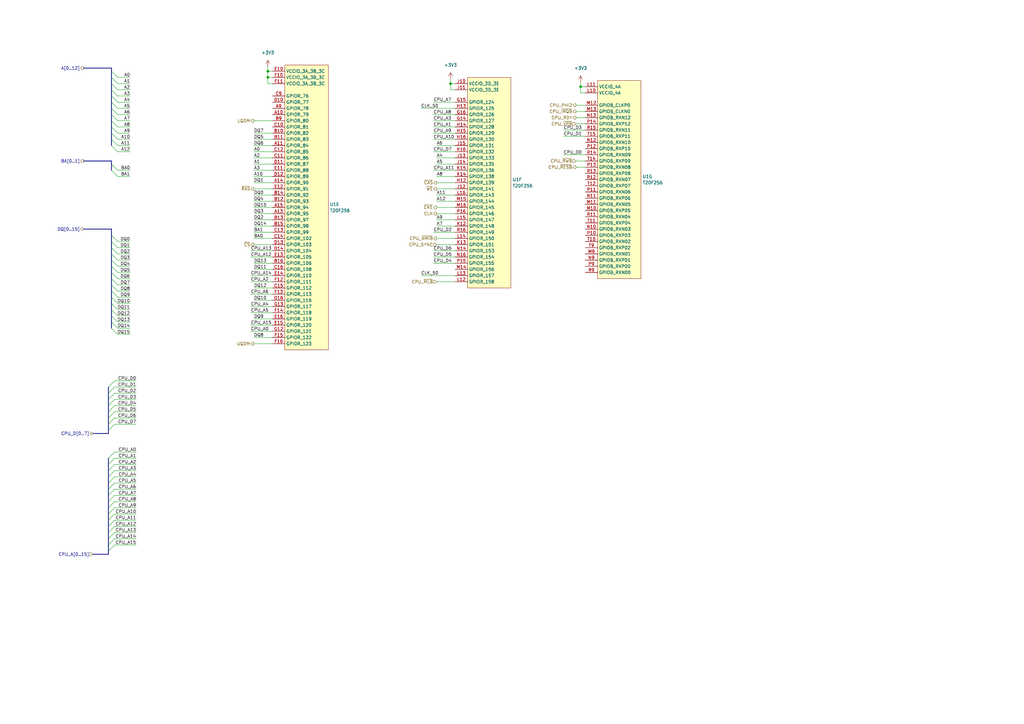
<source format=kicad_sch>
(kicad_sch (version 20211123) (generator eeschema)
  (paper "A3")
  (lib_symbols
    (symbol "IC:T20F256"
      (property "Reference" "U" (at -5.08 1.27 0))
      (property "Value" "T20F256" (at -5.08 1.27 0))
      (symbol "T20F256_1_1"
        (rectangle (start -6.35 -2.54) (end 6.35 -21.59) (fill (type background)))
        (pin power_in line (at -11.43 -19.05 0) (length 5.08) (name "GND") (number "A1"))
        (pin power_in line (at -11.43 -19.05 0) (length 5.08) hide (name "GND") (number "A12"))
        (pin power_in line (at -11.43 -19.05 0) (length 5.08) hide (name "GND") (number "A16"))
        (pin power_in line (at -11.43 -19.05 0) (length 5.08) hide (name "GND") (number "A5"))
        (pin power_in line (at -11.43 -19.05 0) (length 5.08) hide (name "GND") (number "D15"))
        (pin power_in line (at -11.43 -19.05 0) (length 5.08) hide (name "GND") (number "D2"))
        (pin power_in line (at -11.43 -15.24 0) (length 5.08) hide (name "VCC") (number "E9"))
        (pin power_in line (at -11.43 -5.08 0) (length 5.08) (name "VCCA_TL") (number "F7"))
        (pin power_in line (at -11.43 -15.24 0) (length 5.08) hide (name "VCC") (number "F8"))
        (pin power_in line (at -11.43 -15.24 0) (length 5.08) hide (name "VCC") (number "F9"))
        (pin power_in line (at -11.43 -19.05 0) (length 5.08) hide (name "GND") (number "G10"))
        (pin power_in line (at -11.43 -7.62 0) (length 5.08) (name "VCCA_TR") (number "G11"))
        (pin power_in line (at -11.43 -19.05 0) (length 5.08) hide (name "GND") (number "G7"))
        (pin power_in line (at -11.43 -19.05 0) (length 5.08) hide (name "GND") (number "G8"))
        (pin power_in line (at -11.43 -19.05 0) (length 5.08) hide (name "GND") (number "G9"))
        (pin power_in line (at -11.43 -19.05 0) (length 5.08) hide (name "GND") (number "H10"))
        (pin power_in line (at -11.43 -19.05 0) (length 5.08) hide (name "GND") (number "H11"))
        (pin power_in line (at -11.43 -19.05 0) (length 5.08) hide (name "GND") (number "H8"))
        (pin power_in line (at -11.43 -19.05 0) (length 5.08) hide (name "GND") (number "H9"))
        (pin power_in line (at -11.43 -19.05 0) (length 5.08) hide (name "GND") (number "J1"))
        (pin power_in line (at -11.43 -19.05 0) (length 5.08) hide (name "GND") (number "J16"))
        (pin power_in line (at -11.43 -15.24 0) (length 5.08) (name "VCC") (number "J6"))
        (pin power_in line (at -11.43 -15.24 0) (length 5.08) hide (name "VCC") (number "J7"))
        (pin power_in line (at -11.43 -19.05 0) (length 5.08) hide (name "GND") (number "J8"))
        (pin power_in line (at -11.43 -19.05 0) (length 5.08) hide (name "GND") (number "J9"))
        (pin power_in line (at -11.43 -19.05 0) (length 5.08) hide (name "GND") (number "K10"))
        (pin power_in line (at -11.43 -10.16 0) (length 5.08) (name "VCCA_BR") (number "K11"))
        (pin power_in line (at -11.43 -19.05 0) (length 5.08) hide (name "GND") (number "K7"))
        (pin power_in line (at -11.43 -19.05 0) (length 5.08) hide (name "GND") (number "K8"))
        (pin power_in line (at -11.43 -15.24 0) (length 5.08) hide (name "VCC") (number "K9"))
        (pin power_in line (at -11.43 -19.05 0) (length 5.08) hide (name "GND") (number "L8"))
        (pin power_in line (at -11.43 -19.05 0) (length 5.08) hide (name "GND") (number "L9"))
        (pin power_in line (at -11.43 -19.05 0) (length 5.08) hide (name "GND") (number "N15"))
        (pin power_in line (at -11.43 -19.05 0) (length 5.08) hide (name "GND") (number "N2"))
        (pin power_in line (at -11.43 -19.05 0) (length 5.08) hide (name "GND") (number "R10"))
        (pin power_in line (at -11.43 -19.05 0) (length 5.08) hide (name "GND") (number "R7"))
        (pin power_in line (at -11.43 -19.05 0) (length 5.08) hide (name "GND") (number "T1"))
        (pin power_in line (at -11.43 -19.05 0) (length 5.08) hide (name "GND") (number "T13"))
        (pin power_in line (at -11.43 -19.05 0) (length 5.08) hide (name "GND") (number "T16"))
        (pin power_in line (at -11.43 -19.05 0) (length 5.08) hide (name "GND") (number "T4"))
      )
      (symbol "T20F256_2_1"
        (rectangle (start -6.35 -1.27) (end 7.62 -41.91) (fill (type background)))
        (pin input line (at -11.43 -31.75 0) (length 5.08) (name "TDI") (number "K5"))
        (pin power_in line (at -11.43 -3.81 0) (length 5.08) (name "VCCIO_1A") (number "K6"))
        (pin bidirectional line (at -11.43 -26.67 0) (length 5.08) (name "GPIOL_08") (number "L3"))
        (pin bidirectional line (at -11.43 -24.13 0) (length 5.08) (name "GPIOL_05") (number "L4"))
        (pin output line (at -11.43 -39.37 0) (length 5.08) (name "TDO") (number "L5"))
        (pin input line (at -11.43 -36.83 0) (length 5.08) (name "TMS") (number "M1"))
        (pin input line (at -11.43 -34.29 0) (length 5.08) (name "TCK") (number "M2"))
        (pin bidirectional line (at -11.43 -16.51 0) (length 5.08) (name "GPIOL_01") (number "M3"))
        (pin bidirectional line (at -11.43 -29.21 0) (length 5.08) (name "GPIOL_09") (number "N1"))
        (pin bidirectional line (at -11.43 -21.59 0) (length 5.08) (name "GPIOL_04") (number "N3"))
        (pin input line (at -11.43 -11.43 0) (length 5.08) (name "CRESET_N") (number "P1"))
        (pin bidirectional line (at -11.43 -19.05 0) (length 5.08) (name "GPIOL_02") (number "P2"))
        (pin bidirectional line (at -11.43 -13.97 0) (length 5.08) (name "GPIOL_00") (number "P3"))
        (pin bidirectional line (at -11.43 -8.89 0) (length 5.08) (name "CDONE") (number "R1"))
      )
      (symbol "T20F256_3_1"
        (rectangle (start -7.62 -8.89) (end 6.35 -99.06) (fill (type background)))
        (pin bidirectional line (at -12.7 -73.66 0) (length 5.08) (name "GPIOL_33") (number "C1"))
        (pin bidirectional line (at -12.7 -91.44 0) (length 5.08) (name "GPIOL_41") (number "C2"))
        (pin bidirectional line (at -12.7 -81.28 0) (length 5.08) (name "GPIOL_36") (number "D1"))
        (pin bidirectional line (at -12.7 -83.82 0) (length 5.08) (name "GPIOL_37") (number "E1"))
        (pin bidirectional line (at -12.7 -76.2 0) (length 5.08) (name "GPIOL_34") (number "E2"))
        (pin bidirectional line (at -12.7 -86.36 0) (length 5.08) (name "GPIOL_39") (number "E3"))
        (pin bidirectional line (at -12.7 -66.04 0) (length 5.08) (name "GPIOL_30") (number "F1"))
        (pin bidirectional line (at -12.7 -71.12 0) (length 5.08) (name "GPIOL_32") (number "F2"))
        (pin bidirectional line (at -12.7 -78.74 0) (length 5.08) (name "GPIOL_35") (number "F3"))
        (pin bidirectional line (at -12.7 -96.52 0) (length 5.08) (name "GPIOL_43") (number "F4"))
        (pin bidirectional line (at -12.7 -88.9 0) (length 5.08) (name "GPIOL_40") (number "F5"))
        (pin bidirectional line (at -12.7 -68.58 0) (length 5.08) (name "GPIOL_31") (number "G1"))
        (pin bidirectional line (at -12.7 -63.5 0) (length 5.08) (name "GPIOL_29") (number "G2"))
        (pin bidirectional line (at -12.7 -58.42 0) (length 5.08) (name "GPIOL_27") (number "G3"))
        (pin bidirectional line (at -12.7 -93.98 0) (length 5.08) (name "GPIOL_42") (number "G4"))
        (pin bidirectional line (at -12.7 -60.96 0) (length 5.08) (name "GPIOL_28") (number "G5"))
        (pin bidirectional line (at -12.7 -45.72 0) (length 5.08) (name "GPIOL_22") (number "H1"))
        (pin bidirectional line (at -12.7 -53.34 0) (length 5.08) (name "GPIOL_25") (number "H2"))
        (pin bidirectional line (at -12.7 -50.8 0) (length 5.08) (name "GPIOL_24") (number "H3"))
        (pin bidirectional line (at -12.7 -55.88 0) (length 5.08) (name "GPIOL_26") (number "H4"))
        (pin bidirectional line (at -12.7 -43.18 0) (length 5.08) (name "GPIOL_21") (number "H5"))
        (pin power_in line (at -12.7 -13.97 0) (length 5.08) (name "VCCIO_1B_1C") (number "H6"))
        (pin power_in line (at -12.7 -11.43 0) (length 5.08) (name "VCCIO_1B_1C") (number "H7"))
        (pin bidirectional line (at -12.7 -40.64 0) (length 5.08) (name "GPIOL_20") (number "J2"))
        (pin bidirectional line (at -12.7 -33.02 0) (length 5.08) (name "GPIOL_16") (number "J3"))
        (pin bidirectional line (at -12.7 -27.94 0) (length 5.08) (name "GPIOL_14") (number "J4"))
        (pin bidirectional line (at -12.7 -20.32 0) (length 5.08) (name "GPIOL_11") (number "J5"))
        (pin bidirectional line (at -12.7 -35.56 0) (length 5.08) (name "GPIOL_18") (number "K1"))
        (pin bidirectional line (at -12.7 -38.1 0) (length 5.08) (name "GPIOL_19") (number "K2"))
        (pin bidirectional line (at -12.7 -30.48 0) (length 5.08) (name "GPIOL_15") (number "K3"))
        (pin bidirectional line (at -12.7 -22.86 0) (length 5.08) (name "GPIOL_12") (number "K4"))
        (pin bidirectional line (at -12.7 -48.26 0) (length 5.08) (name "GPIOL_23") (number "L1"))
        (pin bidirectional line (at -12.7 -25.4 0) (length 5.08) (name "GPIOL_13") (number "L2"))
      )
      (symbol "T20F256_4_1"
        (rectangle (start -2.54 -1.27) (end 15.24 -92.71) (fill (type background)))
        (pin bidirectional line (at -7.62 -26.67 0) (length 5.08) (name "GPIOL_50") (number "A2"))
        (pin bidirectional line (at -7.62 -44.45 0) (length 5.08) (name "GPIOL_57") (number "A3"))
        (pin bidirectional line (at -7.62 -49.53 0) (length 5.08) (name "GPIOL_59") (number "A4"))
        (pin bidirectional line (at -7.62 -64.77 0) (length 5.08) (name "GPIOL_65") (number "A6"))
        (pin bidirectional line (at -7.62 -57.15 0) (length 5.08) (name "GPIOL_62") (number "A7"))
        (pin bidirectional line (at -7.62 -67.31 0) (length 5.08) (name "GPIOL_66") (number "A8"))
        (pin bidirectional line (at -7.62 -11.43 0) (length 5.08) (name "GPIOL_44") (number "B1"))
        (pin bidirectional line (at -7.62 -13.97 0) (length 5.08) (name "GPIOL_45") (number "B2"))
        (pin bidirectional line (at -7.62 -31.75 0) (length 5.08) (name "GPIOL_52") (number "B3"))
        (pin bidirectional line (at -7.62 -34.29 0) (length 5.08) (name "GPIOL_53") (number "B4"))
        (pin bidirectional line (at -7.62 -54.61 0) (length 5.08) (name "GPIOL_61") (number "B5"))
        (pin bidirectional line (at -7.62 -62.23 0) (length 5.08) (name "GPIOL_64") (number "B6"))
        (pin bidirectional line (at -7.62 -59.69 0) (length 5.08) (name "GPIOL_63") (number "B7"))
        (pin bidirectional line (at -7.62 -80.01 0) (length 5.08) (name "GPIOL_71") (number "B8"))
        (pin bidirectional line (at -7.62 -21.59 0) (length 5.08) (name "GPIOL_48") (number "C3"))
        (pin bidirectional line (at -7.62 -29.21 0) (length 5.08) (name "GPIOL_51") (number "C4"))
        (pin bidirectional line (at -7.62 -69.85 0) (length 5.08) (name "GPIOL_67") (number "C5"))
        (pin bidirectional line (at -7.62 -46.99 0) (length 5.08) (name "GPIOL_58") (number "C6"))
        (pin bidirectional line (at -7.62 -77.47 0) (length 5.08) (name "GPIOL_70") (number "C7"))
        (pin bidirectional line (at -7.62 -82.55 0) (length 5.08) (name "GPIOL_72") (number "C8"))
        (pin bidirectional line (at -7.62 -16.51 0) (length 5.08) (name "GPIOL_46") (number "D3"))
        (pin bidirectional line (at -7.62 -19.05 0) (length 5.08) (name "GPIOL_47") (number "D4"))
        (pin bidirectional line (at -7.62 -24.13 0) (length 5.08) (name "GPIOL_49") (number "D5"))
        (pin bidirectional line (at -7.62 -36.83 0) (length 5.08) (name "GPIOL_54") (number "D6"))
        (pin bidirectional line (at -7.62 -74.93 0) (length 5.08) (name "GPIOL_69") (number "D7"))
        (pin bidirectional line (at -7.62 -85.09 0) (length 5.08) (name "GPIOL_73") (number "D8"))
        (pin bidirectional line (at -7.62 -87.63 0) (length 5.08) (name "GPIOL_74") (number "D9"))
        (pin bidirectional line (at -7.62 -39.37 0) (length 5.08) (name "GPIOL_55") (number "E4"))
        (pin bidirectional line (at -7.62 -52.07 0) (length 5.08) (name "GPIOL_60") (number "E5"))
        (pin bidirectional line (at -7.62 -41.91 0) (length 5.08) (name "GPIOL_56") (number "E6"))
        (pin bidirectional line (at -7.62 -72.39 0) (length 5.08) (name "GPIOL_68") (number "E7"))
        (pin bidirectional line (at -7.62 -90.17 0) (length 5.08) (name "GPIOL_75") (number "E8"))
        (pin power_in line (at -7.62 -3.81 0) (length 5.08) (name "VCCIO_1D_1E") (number "F6"))
        (pin power_in line (at -7.62 -6.35 0) (length 5.08) (name "VCCIO_1D_1E") (number "G6"))
      )
      (symbol "T20F256_5_1"
        (rectangle (start -3.81 -1.27) (end 13.97 -118.11) (fill (type background)))
        (pin bidirectional line (at -8.89 -21.59 0) (length 5.08) (name "GPIOR_79") (number "A10"))
        (pin bidirectional line (at -8.89 -34.29 0) (length 5.08) (name "GPIOR_84") (number "A11"))
        (pin bidirectional line (at -8.89 -62.23 0) (length 5.08) (name "GPIOR_95") (number "A13"))
        (pin bidirectional line (at -8.89 -49.53 0) (length 5.08) (name "GPIOR_90") (number "A14"))
        (pin bidirectional line (at -8.89 -59.69 0) (length 5.08) (name "GPIOR_94") (number "A15"))
        (pin bidirectional line (at -8.89 -19.05 0) (length 5.08) (name "GPIOR_78") (number "A9"))
        (pin bidirectional line (at -8.89 -29.21 0) (length 5.08) (name "GPIOR_82") (number "B10"))
        (pin bidirectional line (at -8.89 -31.75 0) (length 5.08) (name "GPIOR_83") (number "B11"))
        (pin bidirectional line (at -8.89 -57.15 0) (length 5.08) (name "GPIOR_93") (number "B12"))
        (pin bidirectional line (at -8.89 -64.77 0) (length 5.08) (name "GPIOR_97") (number "B13"))
        (pin bidirectional line (at -8.89 -54.61 0) (length 5.08) (name "GPIOR_92") (number "B14"))
        (pin bidirectional line (at -8.89 -67.31 0) (length 5.08) (name "GPIOR_98") (number "B15"))
        (pin bidirectional line (at -8.89 -82.55 0) (length 5.08) (name "GPIOR_106") (number "B16"))
        (pin bidirectional line (at -8.89 -24.13 0) (length 5.08) (name "GPIOR_80") (number "B9"))
        (pin bidirectional line (at -8.89 -26.67 0) (length 5.08) (name "GPIOR_81") (number "C10"))
        (pin bidirectional line (at -8.89 -39.37 0) (length 5.08) (name "GPIOR_86") (number "C11"))
        (pin bidirectional line (at -8.89 -36.83 0) (length 5.08) (name "GPIOR_85") (number "C12"))
        (pin bidirectional line (at -8.89 -69.85 0) (length 5.08) (name "GPIOR_99") (number "C13"))
        (pin bidirectional line (at -8.89 -72.39 0) (length 5.08) (name "GPIOR_102") (number "C14"))
        (pin bidirectional line (at -8.89 -92.71 0) (length 5.08) (name "GPIOR_112") (number "C15"))
        (pin bidirectional line (at -8.89 -85.09 0) (length 5.08) (name "GPIOR_108") (number "C16"))
        (pin bidirectional line (at -8.89 -13.97 0) (length 5.08) (name "GPIOR_76") (number "C9"))
        (pin bidirectional line (at -8.89 -16.51 0) (length 5.08) (name "GPIOR_77") (number "D10"))
        (pin bidirectional line (at -8.89 -41.91 0) (length 5.08) (name "GPIOR_87") (number "D11"))
        (pin bidirectional line (at -8.89 -46.99 0) (length 5.08) (name "GPIOR_89") (number "D12"))
        (pin bidirectional line (at -8.89 -74.93 0) (length 5.08) (name "GPIOR_103") (number "D13"))
        (pin bidirectional line (at -8.89 -77.47 0) (length 5.08) (name "GPIOR_104") (number "D14"))
        (pin bidirectional line (at -8.89 -97.79 0) (length 5.08) (name "GPIOR_116") (number "D16"))
        (pin power_in line (at -8.89 -3.81 0) (length 5.08) (name "VCCIO_3A_3B_3C") (number "E10"))
        (pin bidirectional line (at -8.89 -44.45 0) (length 5.08) (name "GPIOR_88") (number "E11"))
        (pin bidirectional line (at -8.89 -52.07 0) (length 5.08) (name "GPIOR_91") (number "E12"))
        (pin bidirectional line (at -8.89 -80.01 0) (length 5.08) (name "GPIOR_105") (number "E13"))
        (pin bidirectional line (at -8.89 -87.63 0) (length 5.08) (name "GPIOR_110") (number "E14"))
        (pin bidirectional line (at -8.89 -107.95 0) (length 5.08) (name "GPIOR_120") (number "E15"))
        (pin bidirectional line (at -8.89 -105.41 0) (length 5.08) (name "GPIOR_119") (number "E16"))
        (pin power_in line (at -8.89 -6.35 0) (length 5.08) (name "VCCIO_3A_3B_3C") (number "F10"))
        (pin power_in line (at -8.89 -8.89 0) (length 5.08) (name "VCCIO_3A_3B_3C") (number "F11"))
        (pin bidirectional line (at -8.89 -90.17 0) (length 5.08) (name "GPIOR_111") (number "F12"))
        (pin bidirectional line (at -8.89 -95.25 0) (length 5.08) (name "GPIOR_113") (number "F13"))
        (pin bidirectional line (at -8.89 -102.87 0) (length 5.08) (name "GPIOR_118") (number "F14"))
        (pin bidirectional line (at -8.89 -113.03 0) (length 5.08) (name "GPIOR_122") (number "F15"))
        (pin bidirectional line (at -8.89 -115.57 0) (length 5.08) (name "GPIOR_123") (number "F16"))
        (pin bidirectional line (at -8.89 -110.49 0) (length 5.08) (name "GPIOR_121") (number "G12"))
        (pin bidirectional line (at -8.89 -100.33 0) (length 5.08) (name "GPIOR_117") (number "G13"))
      )
      (symbol "T20F256_6_1"
        (rectangle (start -7.62 -88.9) (end 10.16 -2.54) (fill (type background)))
        (pin bidirectional line (at -12.7 -20.32 0) (length 5.08) (name "GPIOR_127") (number "G14"))
        (pin bidirectional line (at -12.7 -12.7 0) (length 5.08) (name "GPIOR_124") (number "G15"))
        (pin bidirectional line (at -12.7 -17.78 0) (length 5.08) (name "GPIOR_126") (number "G16"))
        (pin bidirectional line (at -12.7 -45.72 0) (length 5.08) (name "GPIOR_139") (number "H12"))
        (pin bidirectional line (at -12.7 -15.24 0) (length 5.08) (name "GPIOR_125") (number "H13"))
        (pin bidirectional line (at -12.7 -22.86 0) (length 5.08) (name "GPIOR_128") (number "H14"))
        (pin bidirectional line (at -12.7 -25.4 0) (length 5.08) (name "GPIOR_129") (number "H15"))
        (pin bidirectional line (at -12.7 -27.94 0) (length 5.08) (name "GPIOR_130") (number "H16"))
        (pin power_in line (at -12.7 -5.08 0) (length 5.08) (name "VCCIO_3D_3E") (number "J10"))
        (pin power_in line (at -12.7 -7.62 0) (length 5.08) (name "VCCIO_3D_3E") (number "J11"))
        (pin bidirectional line (at -12.7 -48.26 0) (length 5.08) (name "GPIOR_141") (number "J12"))
        (pin bidirectional line (at -12.7 -35.56 0) (length 5.08) (name "GPIOR_133") (number "J13"))
        (pin bidirectional line (at -12.7 -38.1 0) (length 5.08) (name "GPIOR_135") (number "J14"))
        (pin bidirectional line (at -12.7 -30.48 0) (length 5.08) (name "GPIOR_131") (number "J15"))
        (pin bidirectional line (at -12.7 -63.5 0) (length 5.08) (name "GPIOR_148") (number "K12"))
        (pin bidirectional line (at -12.7 -71.12 0) (length 5.08) (name "GPIOR_151") (number "K13"))
        (pin bidirectional line (at -12.7 -43.18 0) (length 5.08) (name "GPIOR_138") (number "K14"))
        (pin bidirectional line (at -12.7 -40.64 0) (length 5.08) (name "GPIOR_136") (number "K15"))
        (pin bidirectional line (at -12.7 -33.02 0) (length 5.08) (name "GPIOR_132") (number "K16"))
        (pin bidirectional line (at -12.7 -86.36 0) (length 5.08) (name "GPIOR_158") (number "L12"))
        (pin bidirectional line (at -12.7 -83.82 0) (length 5.08) (name "GPIOR_157") (number "L13"))
        (pin bidirectional line (at -12.7 -68.58 0) (length 5.08) (name "GPIOR_150") (number "L14"))
        (pin bidirectional line (at -12.7 -60.96 0) (length 5.08) (name "GPIOR_147") (number "L15"))
        (pin bidirectional line (at -12.7 -50.8 0) (length 5.08) (name "GPIOR_143") (number "L16"))
        (pin bidirectional line (at -12.7 -81.28 0) (length 5.08) (name "GPIOR_156") (number "M14"))
        (pin bidirectional line (at -12.7 -53.34 0) (length 5.08) (name "GPIOR_144") (number "M15"))
        (pin bidirectional line (at -12.7 -55.88 0) (length 5.08) (name "GPIOR_145") (number "M16"))
        (pin bidirectional line (at -12.7 -73.66 0) (length 5.08) (name "GPIOR_153") (number "N14"))
        (pin bidirectional line (at -12.7 -76.2 0) (length 5.08) (name "GPIOR_154") (number "N16"))
        (pin bidirectional line (at -12.7 -78.74 0) (length 5.08) (name "GPIOR_155") (number "P15"))
        (pin bidirectional line (at -12.7 -58.42 0) (length 5.08) (name "GPIOR_146") (number "P16"))
        (pin bidirectional line (at -12.7 -66.04 0) (length 5.08) (name "GPIOR_149") (number "R16"))
      )
      (symbol "T20F256_7_1"
        (rectangle (start -7.62 -2.54) (end 10.16 -83.82) (fill (type background)))
        (pin power_in line (at -12.7 -7.62 0) (length 5.08) (name "VCCIO_4A") (number "L10"))
        (pin power_in line (at -12.7 -5.08 0) (length 5.08) (name "VCCIO_4A") (number "L11"))
        (pin bidirectional line (at -12.7 -55.88 0) (length 5.08) (name "GPIOB_RXP05") (number "M10"))
        (pin bidirectional line (at -12.7 -53.34 0) (length 5.08) (name "GPIOB_RXN05") (number "M11"))
        (pin input line (at -12.7 -12.7 0) (length 5.08) (name "GPIOB_CLKP0") (number "M12"))
        (pin input line (at -12.7 -15.24 0) (length 5.08) (name "GPIOB_CLKN0") (number "M13"))
        (pin bidirectional line (at -12.7 -73.66 0) (length 5.08) (name "GPIOB_RXN01") (number "M9"))
        (pin bidirectional line (at -12.7 -63.5 0) (length 5.08) (name "GPIOB_RXN03") (number "N10"))
        (pin bidirectional line (at -12.7 -50.8 0) (length 5.08) (name "GPIOB_RXP06") (number "N11"))
        (pin bidirectional line (at -12.7 -27.94 0) (length 5.08) (name "GPIOB_RXN10") (number "N12"))
        (pin bidirectional line (at -12.7 -17.78 0) (length 5.08) (name "GPIOB_RXN12") (number "N13"))
        (pin bidirectional line (at -12.7 -76.2 0) (length 5.08) (name "GPIOB_RXP01") (number "N9"))
        (pin bidirectional line (at -12.7 -66.04 0) (length 5.08) (name "GPIOB_RXP03") (number "P10"))
        (pin bidirectional line (at -12.7 -48.26 0) (length 5.08) (name "GPIOB_RXN06") (number "P11"))
        (pin bidirectional line (at -12.7 -30.48 0) (length 5.08) (name "GPIOB_RXP10") (number "P12"))
        (pin bidirectional line (at -12.7 -38.1 0) (length 5.08) (name "GPIOB_RXN08") (number "P13"))
        (pin bidirectional line (at -12.7 -20.32 0) (length 5.08) (name "GPIOB_RXP12") (number "P14"))
        (pin bidirectional line (at -12.7 -78.74 0) (length 5.08) (name "GPIOB_RXP00") (number "P9"))
        (pin bidirectional line (at -12.7 -58.42 0) (length 5.08) (name "GPIOB_RXN04") (number "R11"))
        (pin bidirectional line (at -12.7 -43.18 0) (length 5.08) (name "GPIOB_RXN07") (number "R12"))
        (pin bidirectional line (at -12.7 -40.64 0) (length 5.08) (name "GPIOB_RXP08") (number "R13"))
        (pin bidirectional line (at -12.7 -33.02 0) (length 5.08) (name "GPIOB_RXN09") (number "R14"))
        (pin bidirectional line (at -12.7 -22.86 0) (length 5.08) (name "GPIOB_RXN11") (number "R15"))
        (pin bidirectional line (at -12.7 -81.28 0) (length 5.08) (name "GPIOB_RXN00") (number "R9"))
        (pin bidirectional line (at -12.7 -68.58 0) (length 5.08) (name "GPIOB_RXN02") (number "T10"))
        (pin bidirectional line (at -12.7 -60.96 0) (length 5.08) (name "GPIOB_RXP04") (number "T11"))
        (pin bidirectional line (at -12.7 -45.72 0) (length 5.08) (name "GPIOB_RXP07") (number "T12"))
        (pin bidirectional line (at -12.7 -35.56 0) (length 5.08) (name "GPIOB_RXP09") (number "T14"))
        (pin bidirectional line (at -12.7 -25.4 0) (length 5.08) (name "GPIOB_RXP11") (number "T15"))
        (pin bidirectional line (at -12.7 -71.12 0) (length 5.08) (name "GPIOB_RXP02") (number "T9"))
      )
      (symbol "T20F256_8_1"
        (rectangle (start -7.62 -2.54) (end 10.16 -82.55) (fill (type background)))
        (pin power_in line (at -12.7 -7.62 0) (length 5.08) (name "VCCIO_4B") (number "L6"))
        (pin power_in line (at -12.7 -5.08 0) (length 5.08) (name "VCCIO_4B") (number "L7"))
        (pin bidirectional line (at -12.7 -76.2 0) (length 5.08) (name "GPIOB_TXP00") (number "M4"))
        (pin bidirectional line (at -12.7 -73.66 0) (length 5.08) (name "GPIOB_TXN00") (number "M5"))
        (pin bidirectional line (at -12.7 -48.26 0) (length 5.08) (name "GPIOB_TXP05") (number "M6"))
        (pin bidirectional line (at -12.7 -50.8 0) (length 5.08) (name "GPIOB_TXN05") (number "M7"))
        (pin bidirectional line (at -12.7 -20.32 0) (length 5.08) (name "GPIOB_TXP11") (number "M8"))
        (pin bidirectional line (at -12.7 -71.12 0) (length 5.08) (name "GPIOB_TXP01") (number "N4"))
        (pin bidirectional line (at -12.7 -55.88 0) (length 5.08) (name "GPIOB_TXP04") (number "N5"))
        (pin bidirectional line (at -12.7 -45.72 0) (length 5.08) (name "GPIOB_TXP06") (number "N6"))
        (pin bidirectional line (at -12.7 -30.48 0) (length 5.08) (name "GPIOB_TXP09") (number "N7"))
        (pin bidirectional line (at -12.7 -17.78 0) (length 5.08) (name "GPIOB_TXN11") (number "N8"))
        (pin bidirectional line (at -12.7 -68.58 0) (length 5.08) (name "GPIOB_TXN01") (number "P4"))
        (pin bidirectional line (at -12.7 -53.34 0) (length 5.08) (name "GPIOB_TXN04") (number "P5"))
        (pin bidirectional line (at -12.7 -43.18 0) (length 5.08) (name "GPIOB_TXN06") (number "P6"))
        (pin bidirectional line (at -12.7 -27.94 0) (length 5.08) (name "GPIOB_TXN09") (number "P7"))
        (pin bidirectional line (at -12.7 -12.7 0) (length 5.08) (name "GPIOB_TXN12") (number "P8"))
        (pin power_out line (at -12.7 -78.74 0) (length 5.08) (name "REF_RES") (number "R2"))
        (pin bidirectional line (at -12.7 -66.04 0) (length 5.08) (name "GPIOB_TXP02") (number "R3"))
        (pin bidirectional line (at -12.7 -63.5 0) (length 5.08) (name "GPIOB_TXN02") (number "R4"))
        (pin bidirectional line (at -12.7 -40.64 0) (length 5.08) (name "GPIOB_TXP07") (number "R5"))
        (pin bidirectional line (at -12.7 -35.56 0) (length 5.08) (name "GPIOB_TXP08") (number "R6"))
        (pin bidirectional line (at -12.7 -15.24 0) (length 5.08) (name "GPIOB_TXP12") (number "R8"))
        (pin bidirectional line (at -12.7 -60.96 0) (length 5.08) (name "GPIOB_TXP03") (number "T2"))
        (pin bidirectional line (at -12.7 -58.42 0) (length 5.08) (name "GPIOB_TXN03") (number "T3"))
        (pin bidirectional line (at -12.7 -38.1 0) (length 5.08) (name "GPIOB_TXN07") (number "T5"))
        (pin bidirectional line (at -12.7 -33.02 0) (length 5.08) (name "GPIOB_TXN08") (number "T6"))
        (pin bidirectional line (at -12.7 -22.86 0) (length 5.08) (name "GPIOB_TXN10") (number "T7"))
        (pin bidirectional line (at -12.7 -25.4 0) (length 5.08) (name "GPIOB_TXP10") (number "T8"))
      )
    )
    (symbol "power:+3V3" (power) (pin_names (offset 0))
      (property "Value" "+3V3" (at 0 3.556 0))
      (symbol "+3V3_0_1"
        (polyline (pts (xy -0.762 1.27) (xy 0 2.54)))
        (polyline (pts (xy 0 0) (xy 0 2.54)))
        (polyline (pts (xy 0 2.54) (xy 0.762 1.27)))
      )
      (symbol "+3V3_1_1"
        (pin power_in line (at 0 0 90) (length 0) hide (name "+3V3") (number "1"))
      )
    )
  )
  (junction (at 109.855 31.75))
  (junction (at -112.395 -83.82))
  (junction (at 109.855 29.21))
  (junction (at 238.125 35.56))
  (junction (at 184.785 34.29))
  (junction (at -203.835 -11.43))
  (junction (at -147.32 -83.185))
  (bus_entry (at 45.72 57.15) (size 2.54 2.54))
  (bus_entry (at 46.99 190.5) (size -2.54 2.54))
  (bus_entry (at 45.72 59.69) (size 2.54 2.54))
  (bus_entry (at 46.99 193.04) (size -2.54 2.54))
  (bus_entry (at 46.99 208.28) (size -2.54 2.54))
  (bus_entry (at 45.72 44.45) (size 2.54 2.54))
  (bus_entry (at 45.72 46.99) (size 2.54 2.54))
  (bus_entry (at 44.45 163.83) (size 2.54 -2.54))
  (bus_entry (at 45.72 49.53) (size 2.54 2.54))
  (bus_entry (at 44.45 166.37) (size 2.54 -2.54))
  (bus_entry (at 46.99 195.58) (size -2.54 2.54))
  (bus_entry (at 44.45 168.91) (size 2.54 -2.54))
  (bus_entry (at 45.72 52.07) (size 2.54 2.54))
  (bus_entry (at 44.45 176.53) (size 2.54 -2.54))
  (bus_entry (at 46.99 187.96) (size -2.54 2.54))
  (bus_entry (at 46.99 200.66) (size -2.54 2.54))
  (bus_entry (at 45.72 54.61) (size 2.54 2.54))
  (bus_entry (at 46.99 205.74) (size -2.54 2.54))
  (bus_entry (at 46.99 185.42) (size -2.54 2.54))
  (bus_entry (at 46.99 215.9) (size -2.54 2.54))
  (bus_entry (at 46.99 213.36) (size -2.54 2.54))
  (bus_entry (at 44.45 171.45) (size 2.54 -2.54))
  (bus_entry (at 45.72 41.91) (size 2.54 2.54))
  (bus_entry (at 45.72 69.85) (size 2.54 2.54))
  (bus_entry (at 45.72 39.37) (size 2.54 2.54))
  (bus_entry (at 44.45 158.75) (size 2.54 -2.54))
  (bus_entry (at 44.45 161.29) (size 2.54 -2.54))
  (bus_entry (at 45.72 67.31) (size 2.54 2.54))
  (bus_entry (at 46.99 198.12) (size -2.54 2.54))
  (bus_entry (at 45.72 36.83) (size 2.54 2.54))
  (bus_entry (at 45.72 29.21) (size 2.54 2.54))
  (bus_entry (at 45.72 31.75) (size 2.54 2.54))
  (bus_entry (at 45.72 34.29) (size 2.54 2.54))
  (bus_entry (at 46.99 203.2) (size -2.54 2.54))
  (bus_entry (at 46.99 218.44) (size -2.54 2.54))
  (bus_entry (at 46.99 223.52) (size -2.54 2.54))
  (bus_entry (at 44.45 173.99) (size 2.54 -2.54))
  (bus_entry (at 46.99 220.98) (size -2.54 2.54))
  (bus_entry (at 46.99 210.82) (size -2.54 2.54))
  (bus_entry (at 45.72 129.54) (size 2.54 2.54))
  (bus_entry (at 45.72 119.38) (size 2.54 2.54))
  (bus_entry (at 45.72 116.84) (size 2.54 2.54))
  (bus_entry (at 45.72 121.92) (size 2.54 2.54))
  (bus_entry (at 45.72 127) (size 2.54 2.54))
  (bus_entry (at 45.72 124.46) (size 2.54 2.54))
  (bus_entry (at 45.72 104.14) (size 2.54 2.54))
  (bus_entry (at 45.72 101.6) (size 2.54 2.54))
  (bus_entry (at 45.72 96.52) (size 2.54 2.54))
  (bus_entry (at 45.72 99.06) (size 2.54 2.54))
  (bus_entry (at 45.72 111.76) (size 2.54 2.54))
  (bus_entry (at 45.72 114.3) (size 2.54 2.54))
  (bus_entry (at 45.72 106.68) (size 2.54 2.54))
  (bus_entry (at 45.72 109.22) (size 2.54 2.54))
  (bus_entry (at 45.72 134.62) (size 2.54 2.54))
  (bus_entry (at 45.72 132.08) (size 2.54 2.54))
  (wire (pts (xy 102.87 125.73) (xy 111.76 125.73)))
  (wire (pts (xy 111.76 57.15) (xy 104.14 57.15)))
  (wire (pts (xy 177.8 57.15) (xy 186.69 57.15)))
  (wire (pts (xy -147.32 -83.185) (xy -145.415 -83.185)))
  (wire (pts (xy 55.88 215.9) (xy 46.99 215.9)))
  (wire (pts (xy -177.165 -83.82) (xy -177.165 -81.915)))
  (bus (pts (xy 45.72 104.14) (xy 45.72 101.6)))
  (wire (pts (xy 109.855 29.21) (xy 109.855 31.75)))
  (wire (pts (xy 48.26 34.29) (xy 53.34 34.29)))
  (bus (pts (xy 44.45 190.5) (xy 44.45 193.04)))
  (wire (pts (xy 177.8 107.95) (xy 186.69 107.95)))
  (wire (pts (xy 231.14 53.34) (xy 240.03 53.34)))
  (bus (pts (xy 44.45 210.82) (xy 44.45 213.36)))
  (wire (pts (xy 48.26 99.06) (xy 53.34 99.06)))
  (wire (pts (xy 55.88 223.52) (xy 46.99 223.52)))
  (bus (pts (xy 45.72 101.6) (xy 45.72 99.06)))
  (wire (pts (xy 179.07 59.69) (xy 186.69 59.69)))
  (bus (pts (xy 45.72 99.06) (xy 45.72 96.52)))
  (bus (pts (xy 44.45 195.58) (xy 44.45 198.12)))
  (bus (pts (xy 45.72 134.62) (xy 45.72 132.08)))
  (wire (pts (xy 55.88 185.42) (xy 46.99 185.42)))
  (bus (pts (xy 45.72 46.99) (xy 45.72 49.53)))
  (wire (pts (xy 179.07 97.79) (xy 186.69 97.79)))
  (bus (pts (xy 44.45 173.99) (xy 44.45 176.53)))
  (wire (pts (xy 48.26 106.68) (xy 53.34 106.68)))
  (wire (pts (xy 48.26 127) (xy 53.34 127)))
  (bus (pts (xy 44.45 168.91) (xy 44.45 171.45)))
  (bus (pts (xy 45.72 129.54) (xy 45.72 127)))
  (wire (pts (xy 48.26 46.99) (xy 53.34 46.99)))
  (wire (pts (xy 177.8 54.61) (xy 186.69 54.61)))
  (wire (pts (xy 238.125 33.655) (xy 238.125 35.56)))
  (wire (pts (xy 179.07 115.57) (xy 186.69 115.57)))
  (wire (pts (xy 48.26 132.08) (xy 53.34 132.08)))
  (wire (pts (xy -112.395 -81.28) (xy -110.49 -81.28)))
  (wire (pts (xy 179.07 87.63) (xy 186.69 87.63)))
  (wire (pts (xy 184.785 34.29) (xy 186.69 34.29)))
  (bus (pts (xy 44.45 176.53) (xy 44.45 177.8)))
  (wire (pts (xy 55.88 220.98) (xy 46.99 220.98)))
  (bus (pts (xy 44.45 187.96) (xy 44.45 190.5)))
  (bus (pts (xy 45.72 121.92) (xy 45.72 119.38)))
  (wire (pts (xy 238.125 35.56) (xy 238.125 38.1)))
  (bus (pts (xy 44.45 226.06) (xy 44.45 227.33)))
  (wire (pts (xy -203.835 -11.43) (xy -203.835 -8.89)))
  (wire (pts (xy 48.26 104.14) (xy 53.34 104.14)))
  (bus (pts (xy 34.29 93.98) (xy 45.72 93.98)))
  (wire (pts (xy 111.76 85.09) (xy 104.14 85.09)))
  (bus (pts (xy 45.72 109.22) (xy 45.72 106.68)))
  (wire (pts (xy 231.14 63.5) (xy 240.03 63.5)))
  (wire (pts (xy 109.855 34.29) (xy 111.76 34.29)))
  (wire (pts (xy 236.22 45.72) (xy 240.03 45.72)))
  (wire (pts (xy 177.8 49.53) (xy 186.69 49.53)))
  (bus (pts (xy 44.45 220.98) (xy 44.45 223.52)))
  (bus (pts (xy 34.29 27.94) (xy 45.72 27.94)))
  (wire (pts (xy -203.835 -11.43) (xy -201.93 -11.43)))
  (wire (pts (xy -147.32 -83.185) (xy -147.32 -80.645)))
  (wire (pts (xy -203.835 -13.335) (xy -203.835 -11.43)))
  (wire (pts (xy 55.88 218.44) (xy 46.99 218.44)))
  (bus (pts (xy 44.45 193.04) (xy 44.45 195.58)))
  (wire (pts (xy 55.88 213.36) (xy 46.99 213.36)))
  (bus (pts (xy 44.45 218.44) (xy 44.45 220.98)))
  (wire (pts (xy 48.26 57.15) (xy 53.34 57.15)))
  (wire (pts (xy 111.76 118.11) (xy 104.14 118.11)))
  (wire (pts (xy 48.26 134.62) (xy 53.34 134.62)))
  (bus (pts (xy 44.45 215.9) (xy 44.45 218.44)))
  (wire (pts (xy 104.14 67.31) (xy 111.76 67.31)))
  (wire (pts (xy 184.785 32.385) (xy 184.785 34.29)))
  (bus (pts (xy 45.72 57.15) (xy 45.72 59.69)))
  (wire (pts (xy 231.14 55.88) (xy 240.03 55.88)))
  (wire (pts (xy 48.26 124.46) (xy 53.34 124.46)))
  (wire (pts (xy 48.26 109.22) (xy 53.34 109.22)))
  (wire (pts (xy 104.14 97.79) (xy 111.76 97.79)))
  (wire (pts (xy 179.07 72.39) (xy 186.69 72.39)))
  (wire (pts (xy 104.14 62.23) (xy 111.76 62.23)))
  (wire (pts (xy 55.88 193.04) (xy 46.99 193.04)))
  (bus (pts (xy 45.72 119.38) (xy 45.72 116.84)))
  (wire (pts (xy 48.26 59.69) (xy 53.34 59.69)))
  (bus (pts (xy 44.45 198.12) (xy 44.45 200.66)))
  (wire (pts (xy -177.165 -81.915) (xy -175.26 -81.915)))
  (wire (pts (xy 102.87 102.87) (xy 111.76 102.87)))
  (wire (pts (xy 177.8 62.23) (xy 186.69 62.23)))
  (wire (pts (xy 48.26 137.16) (xy 53.34 137.16)))
  (bus (pts (xy 45.72 41.91) (xy 45.72 44.45)))
  (wire (pts (xy -147.32 -80.645) (xy -145.415 -80.645)))
  (wire (pts (xy 236.22 66.04) (xy 240.03 66.04)))
  (wire (pts (xy 55.88 187.96) (xy 46.99 187.96)))
  (wire (pts (xy 55.88 195.58) (xy 46.99 195.58)))
  (wire (pts (xy 172.72 113.03) (xy 186.69 113.03)))
  (wire (pts (xy -112.395 -83.82) (xy -112.395 -81.28)))
  (wire (pts (xy 111.76 90.17) (xy 104.14 90.17)))
  (wire (pts (xy 111.76 138.43) (xy 104.14 138.43)))
  (bus (pts (xy 44.45 171.45) (xy 44.45 173.99)))
  (wire (pts (xy 104.14 64.77) (xy 111.76 64.77)))
  (wire (pts (xy 104.14 72.39) (xy 111.76 72.39)))
  (wire (pts (xy 179.07 74.93) (xy 186.69 74.93)))
  (wire (pts (xy 104.14 95.25) (xy 111.76 95.25)))
  (bus (pts (xy 45.72 132.08) (xy 45.72 129.54)))
  (wire (pts (xy 102.87 128.27) (xy 111.76 128.27)))
  (wire (pts (xy 102.87 105.41) (xy 111.76 105.41)))
  (bus (pts (xy 44.45 208.28) (xy 44.45 210.82)))
  (bus (pts (xy 44.45 161.29) (xy 44.45 163.83)))
  (wire (pts (xy 55.88 168.91) (xy 46.99 168.91)))
  (bus (pts (xy 44.45 227.33) (xy 38.1 227.33)))
  (wire (pts (xy 111.76 107.95) (xy 104.14 107.95)))
  (wire (pts (xy 48.26 52.07) (xy 53.34 52.07)))
  (wire (pts (xy 104.14 69.85) (xy 111.76 69.85)))
  (wire (pts (xy 48.26 31.75) (xy 53.34 31.75)))
  (wire (pts (xy 109.855 31.75) (xy 111.76 31.75)))
  (wire (pts (xy 111.76 140.97) (xy 104.14 140.97)))
  (wire (pts (xy 238.125 38.1) (xy 240.03 38.1)))
  (wire (pts (xy 179.07 82.55) (xy 186.69 82.55)))
  (wire (pts (xy 55.88 171.45) (xy 46.99 171.45)))
  (wire (pts (xy 55.88 173.99) (xy 46.99 173.99)))
  (bus (pts (xy 45.72 96.52) (xy 45.72 93.98)))
  (wire (pts (xy 48.26 54.61) (xy 53.34 54.61)))
  (bus (pts (xy 45.72 106.68) (xy 45.72 104.14)))
  (bus (pts (xy 45.72 66.04) (xy 45.72 67.31)))
  (wire (pts (xy 55.88 163.83) (xy 46.99 163.83)))
  (wire (pts (xy 184.785 36.83) (xy 186.69 36.83)))
  (bus (pts (xy 45.72 39.37) (xy 45.72 41.91)))
  (bus (pts (xy 45.72 31.75) (xy 45.72 34.29)))
  (wire (pts (xy 55.88 166.37) (xy 46.99 166.37)))
  (wire (pts (xy 111.76 59.69) (xy 104.14 59.69)))
  (wire (pts (xy 109.855 31.75) (xy 109.855 34.29)))
  (wire (pts (xy 55.88 200.66) (xy 46.99 200.66)))
  (wire (pts (xy 102.87 115.57) (xy 111.76 115.57)))
  (wire (pts (xy 48.26 101.6) (xy 53.34 101.6)))
  (wire (pts (xy 236.22 68.58) (xy 240.03 68.58)))
  (wire (pts (xy 111.76 130.81) (xy 104.14 130.81)))
  (bus (pts (xy 44.45 223.52) (xy 44.45 226.06)))
  (wire (pts (xy 55.88 208.28) (xy 46.99 208.28)))
  (wire (pts (xy 172.72 44.45) (xy 186.69 44.45)))
  (wire (pts (xy 55.88 156.21) (xy 46.99 156.21)))
  (wire (pts (xy 55.88 190.5) (xy 46.99 190.5)))
  (wire (pts (xy 102.87 120.65) (xy 111.76 120.65)))
  (wire (pts (xy 177.8 105.41) (xy 186.69 105.41)))
  (wire (pts (xy 111.76 110.49) (xy 104.14 110.49)))
  (wire (pts (xy 179.07 100.33) (xy 186.69 100.33)))
  (bus (pts (xy 45.72 27.94) (xy 45.72 29.21)))
  (bus (pts (xy 45.72 52.07) (xy 45.72 54.61)))
  (wire (pts (xy 48.26 41.91) (xy 53.34 41.91)))
  (bus (pts (xy 45.72 49.53) (xy 45.72 52.07)))
  (wire (pts (xy 179.07 77.47) (xy 186.69 77.47)))
  (wire (pts (xy 111.76 54.61) (xy 104.14 54.61)))
  (wire (pts (xy 111.76 123.19) (xy 104.14 123.19)))
  (wire (pts (xy 179.07 92.71) (xy 186.69 92.71)))
  (wire (pts (xy 48.26 36.83) (xy 53.34 36.83)))
  (wire (pts (xy 177.8 46.99) (xy 186.69 46.99)))
  (wire (pts (xy 48.26 129.54) (xy 53.34 129.54)))
  (wire (pts (xy 48.26 69.85) (xy 53.34 69.85)))
  (wire (pts (xy 177.8 102.87) (xy 186.69 102.87)))
  (bus (pts (xy 44.45 213.36) (xy 44.45 215.9)))
  (wire (pts (xy 48.26 119.38) (xy 53.34 119.38)))
  (wire (pts (xy -112.395 -85.725) (xy -112.395 -83.82)))
  (wire (pts (xy -112.395 -83.82) (xy -110.49 -83.82)))
  (wire (pts (xy 48.26 39.37) (xy 53.34 39.37)))
  (wire (pts (xy 48.26 111.76) (xy 53.34 111.76)))
  (wire (pts (xy 179.07 64.77) (xy 186.69 64.77)))
  (wire (pts (xy 236.22 50.8) (xy 240.03 50.8)))
  (wire (pts (xy 104.14 100.33) (xy 111.76 100.33)))
  (wire (pts (xy 109.855 29.21) (xy 111.76 29.21)))
  (bus (pts (xy 45.72 67.31) (xy 45.72 69.85)))
  (bus (pts (xy 45.72 54.61) (xy 45.72 57.15)))
  (bus (pts (xy 34.29 66.04) (xy 45.72 66.04)))
  (wire (pts (xy 48.26 121.92) (xy 53.34 121.92)))
  (wire (pts (xy 111.76 74.93) (xy 104.14 74.93)))
  (wire (pts (xy 102.87 135.89) (xy 111.76 135.89)))
  (wire (pts (xy 102.87 113.03) (xy 111.76 113.03)))
  (wire (pts (xy 109.855 27.305) (xy 109.855 29.21)))
  (bus (pts (xy 45.72 114.3) (xy 45.72 111.76)))
  (wire (pts (xy -147.32 -85.09) (xy -147.32 -83.185)))
  (bus (pts (xy 44.45 200.66) (xy 44.45 203.2)))
  (wire (pts (xy 55.88 198.12) (xy 46.99 198.12)))
  (wire (pts (xy 48.26 44.45) (xy 53.34 44.45)))
  (bus (pts (xy 45.72 124.46) (xy 45.72 121.92)))
  (wire (pts (xy 179.07 90.17) (xy 186.69 90.17)))
  (bus (pts (xy 44.45 166.37) (xy 44.45 168.91)))
  (bus (pts (xy 44.45 203.2) (xy 44.45 205.74)))
  (wire (pts (xy 177.8 69.85) (xy 186.69 69.85)))
  (wire (pts (xy 179.07 80.01) (xy 186.69 80.01)))
  (wire (pts (xy -203.835 -8.89) (xy -201.93 -8.89)))
  (wire (pts (xy 238.125 35.56) (xy 240.03 35.56)))
  (bus (pts (xy 45.72 127) (xy 45.72 124.46)))
  (wire (pts (xy 177.8 52.07) (xy 186.69 52.07)))
  (bus (pts (xy 44.45 163.83) (xy 44.45 166.37)))
  (wire (pts (xy 111.76 92.71) (xy 104.14 92.71)))
  (wire (pts (xy 179.07 67.31) (xy 186.69 67.31)))
  (bus (pts (xy 45.72 34.29) (xy 45.72 36.83)))
  (bus (pts (xy 45.72 116.84) (xy 45.72 114.3)))
  (wire (pts (xy 111.76 82.55) (xy 104.14 82.55)))
  (bus (pts (xy 44.45 205.74) (xy 44.45 208.28)))
  (wire (pts (xy 48.26 114.3) (xy 53.34 114.3)))
  (wire (pts (xy 48.26 62.23) (xy 53.34 62.23)))
  (wire (pts (xy 48.26 49.53) (xy 53.34 49.53)))
  (wire (pts (xy 55.88 203.2) (xy 46.99 203.2)))
  (wire (pts (xy 48.26 72.39) (xy 53.34 72.39)))
  (wire (pts (xy 236.22 43.18) (xy 240.03 43.18)))
  (wire (pts (xy 111.76 80.01) (xy 104.14 80.01)))
  (wire (pts (xy 184.785 34.29) (xy 184.785 36.83)))
  (bus (pts (xy 38.1 177.8) (xy 44.45 177.8)))
  (bus (pts (xy 45.72 29.21) (xy 45.72 31.75)))
  (wire (pts (xy 111.76 87.63) (xy 104.14 87.63)))
  (bus (pts (xy 45.72 111.76) (xy 45.72 109.22)))
  (wire (pts (xy 104.14 77.47) (xy 111.76 77.47)))
  (wire (pts (xy 177.8 41.91) (xy 186.69 41.91)))
  (wire (pts (xy 111.76 49.53) (xy 104.14 49.53)))
  (wire (pts (xy 55.88 210.82) (xy 46.99 210.82)))
  (wire (pts (xy 177.8 95.25) (xy 186.69 95.25)))
  (wire (pts (xy 179.07 85.09) (xy 186.69 85.09)))
  (wire (pts (xy 55.88 161.29) (xy 46.99 161.29)))
  (bus (pts (xy 45.72 36.83) (xy 45.72 39.37)))
  (wire (pts (xy 55.88 158.75) (xy 46.99 158.75)))
  (wire (pts (xy 102.87 133.35) (xy 111.76 133.35)))
  (wire (pts (xy 55.88 205.74) (xy 46.99 205.74)))
  (bus (pts (xy 45.72 44.45) (xy 45.72 46.99)))
  (wire (pts (xy 236.22 48.26) (xy 240.03 48.26)))
  (bus (pts (xy 44.45 158.75) (xy 44.45 161.29)))
  (wire (pts (xy 48.26 116.84) (xy 53.34 116.84)))
  (label "CPU_A15" (at 102.87 133.35 0))
  (label "CPU_A7" (at 55.88 203.2 180))
  (label "DQ0" (at 53.34 99.06 180))
  (label "CPU_A10" (at 55.88 210.82 180))
  (label "CPU_A3" (at 177.8 49.53 0))
  (label "CPU_A1" (at 55.88 187.96 180))
  (label "CPU_D7" (at 177.8 62.23 0))
  (label "CPU_A9" (at 55.88 208.28 180))
  (label "CPU_A2" (at 55.88 190.5 180))
  (label "DQ15" (at 104.14 85.09 0))
  (label "CPU_D6" (at 55.88 171.45 180))
  (label "CPU_A4" (at 102.87 125.73 0))
  (label "CPU_A8" (at 177.8 46.99 0))
  (label "CPU_D5" (at 177.8 105.41 0))
  (label "DQ5" (at 53.34 111.76 180))
  (label "A0" (at 104.14 62.23 0))
  (label "CPU_A11" (at 55.88 213.36 180))
  (label "A0" (at 53.34 31.75 180))
  (label "A12" (at 53.34 62.23 180))
  (label "DQ10" (at 104.14 123.19 0))
  (label "CPU_A12" (at 55.88 215.9 180))
  (label "DQ7" (at 53.34 116.84 180))
  (label "DQ8" (at 104.14 138.43 0))
  (label "CPU_D3" (at 55.88 163.83 180))
  (label "A5" (at 179.07 67.31 0))
  (label "CPU_D0" (at 231.14 63.5 0))
  (label "DQ14" (at 104.14 92.71 0))
  (label "CPU_D2" (at 55.88 161.29 180))
  (label "CPU_A15" (at 55.88 223.52 180))
  (label "DQ1" (at 53.34 101.6 180))
  (label "DQ5" (at 104.14 57.15 0))
  (label "CLK_50" (at 172.72 113.03 0))
  (label "DQ2" (at 53.34 104.14 180))
  (label "DQ0" (at 104.14 80.01 0))
  (label "DQ12" (at 104.14 118.11 0))
  (label "CPU_A1" (at 177.8 52.07 0))
  (label "DQ6" (at 104.14 59.69 0))
  (label "CPU_A13" (at 102.87 102.87 0))
  (label "CPU_A2" (at 102.87 115.57 0))
  (label "A5" (at 53.34 44.45 180))
  (label "BA1" (at 104.14 95.25 0))
  (label "CPU_A0" (at 102.87 135.89 0))
  (label "A10" (at 53.34 57.15 180))
  (label "CPU_A6" (at 55.88 200.66 180))
  (label "CPU_D1" (at 231.14 55.88 0))
  (label "DQ2" (at 104.14 90.17 0))
  (label "DQ13" (at 53.34 132.08 180))
  (label "A11" (at 179.07 80.01 0))
  (label "A2" (at 104.14 64.77 0))
  (label "BA0" (at 104.14 97.79 0))
  (label "CPU_A12" (at 102.87 105.41 0))
  (label "DQ6" (at 53.34 114.3 180))
  (label "DQ10" (at 53.34 124.46 180))
  (label "DQ11" (at 53.34 127 180))
  (label "CPU_D0" (at 55.88 156.21 180))
  (label "CPU_D3" (at 231.14 53.34 0))
  (label "A1" (at 53.34 34.29 180))
  (label "A7" (at 53.34 49.53 180))
  (label "A8" (at 179.07 72.39 0))
  (label "CPU_A14" (at 55.88 220.98 180))
  (label "CPU_D4" (at 55.88 166.37 180))
  (label "A7" (at 179.07 92.71 0))
  (label "CPU_A13" (at 55.88 218.44 180))
  (label "CPU_A10" (at 177.8 57.15 0))
  (label "CPU_A7" (at 177.8 41.91 0))
  (label "CPU_A6" (at 102.87 120.65 0))
  (label "A6" (at 179.07 59.69 0))
  (label "CPU_A5" (at 55.88 198.12 180))
  (label "A9" (at 179.07 90.17 0))
  (label "A4" (at 179.07 64.77 0))
  (label "DQ9" (at 53.34 121.92 180))
  (label "DQ13" (at 104.14 107.95 0))
  (label "DQ3" (at 53.34 106.68 180))
  (label "A2" (at 53.34 36.83 180))
  (label "A10" (at 104.14 72.39 0))
  (label "CPU_A8" (at 55.88 205.74 180))
  (label "CPU_D4" (at 177.8 107.95 0))
  (label "A9" (at 53.34 54.61 180))
  (label "CPU_A14" (at 102.87 113.03 0))
  (label "CPU_A0" (at 55.88 185.42 180))
  (label "DQ4" (at 104.14 82.55 0))
  (label "DQ15" (at 53.34 137.16 180))
  (label "CPU_D5" (at 55.88 168.91 180))
  (label "DQ3" (at 104.14 87.63 0))
  (label "CPU_D6" (at 177.8 102.87 0))
  (label "DQ12" (at 53.34 129.54 180))
  (label "DQ14" (at 53.34 134.62 180))
  (label "DQ7" (at 104.14 54.61 0))
  (label "A6" (at 53.34 46.99 180))
  (label "CPU_D1" (at 55.88 158.75 180))
  (label "DQ4" (at 53.34 109.22 180))
  (label "DQ8" (at 53.34 119.38 180))
  (label "CPU_A11" (at 177.8 69.85 0))
  (label "A8" (at 53.34 52.07 180))
  (label "BA1" (at 53.34 72.39 180))
  (label "A11" (at 53.34 59.69 180))
  (label "CPU_D7" (at 55.88 173.99 180))
  (label "DQ9" (at 104.14 130.81 0))
  (label "DQ11" (at 104.14 110.49 0))
  (label "CPU_A9" (at 177.8 54.61 0))
  (label "DQ1" (at 104.14 74.93 0))
  (label "CLK_50" (at 172.72 44.45 0))
  (label "A12" (at 179.07 82.55 0))
  (label "A3" (at 53.34 39.37 180))
  (label "CPU_A4" (at 55.88 195.58 180))
  (label "A1" (at 104.14 67.31 0))
  (label "A3" (at 104.14 69.85 0))
  (label "CPU_A3" (at 55.88 193.04 180))
  (label "CPU_A5" (at 102.87 128.27 0))
  (label "CPU_D2" (at 177.8 95.25 0))
  (label "BA0" (at 53.34 69.85 180))
  (label "A4" (at 53.34 41.91 180))
  (hierarchical_label "CPU_SYNC" (shape input) (at 179.07 100.33 180))
  (hierarchical_label "BA[0..1]" (shape output) (at 34.29 66.04 180))
  (hierarchical_label "CPU_~{RWB}" (shape input) (at 236.22 66.04 180))
  (hierarchical_label "CPU_D[0..7]" (shape bidirectional) (at 38.1 177.8 180))
  (hierarchical_label "CLK" (shape output) (at 179.07 87.63 180))
  (hierarchical_label "CPU_~{RESB}" (shape output) (at 236.22 68.58 180))
  (hierarchical_label "CPU_~{NMIB}" (shape output) (at 179.07 97.79 180))
  (hierarchical_label "LQDM" (shape output) (at 104.14 49.53 180))
  (hierarchical_label "~{RAS}" (shape output) (at 104.14 77.47 180))
  (hierarchical_label "~{CS}" (shape output) (at 104.14 100.33 180))
  (hierarchical_label "CPU_RDY" (shape output) (at 236.22 48.26 180))
  (hierarchical_label "~{WE}" (shape output) (at 179.07 77.47 180))
  (hierarchical_label "A[0..12]" (shape output) (at 34.29 27.94 180))
  (hierarchical_label "CPU_~{MLB}" (shape input) (at 179.07 115.57 180))
  (hierarchical_label "CPU_~{VPB}" (shape input) (at 236.22 50.8 180))
  (hierarchical_label "CPU_~{IRQB}" (shape output) (at 236.22 45.72 180))
  (hierarchical_label "CPU_PHI2" (shape output) (at 236.22 43.18 180))
  (hierarchical_label "UQDM" (shape output) (at 104.14 140.97 180))
  (hierarchical_label "CPU_A[0..15]" (shape input) (at 38.1 227.33 180))
  (hierarchical_label "~{CAS}" (shape output) (at 179.07 74.93 180))
  (hierarchical_label "DQ[0..15]" (shape bidirectional) (at 34.29 93.98 180))
  (hierarchical_label "~{CKE}" (shape output) (at 179.07 85.09 180))
  (symbol (lib_id "power:+3V3") (at 184.785 32.385 0) (unit 1)
    (property "Reference" "#PWR0103" (effects hide))
    (property "Value" "+3V3" (at 184.785 26.67 0))
  )
  (symbol (lib_id "IC:T20F256") (at 199.39 29.21 0) (unit 6)
    (property "Reference" "U1" (at 210.185 73.6599 0) (effects (justify left)))
    (property "Value" "T20F256" (at 210.185 76.1999 0) (effects (justify left)))
    (property "Footprint" "Package_BGA:BGA-256_14.0x14.0mm_Layout16x16_P0.8mm_Ball0.45mm_Pad0.32mm_NSMD" (effects hide))
  )
  (symbol (lib_id "power:+3V3") (at 238.125 33.655 0) (unit 1)
    (property "Reference" "#PWR0104" (effects hide))
    (property "Value" "+3V3" (at 238.125 27.94 0))
  )
  (symbol (lib_id "IC:T20F256") (at -189.23 -16.51 0) (unit 8)
    (property "Reference" "U1" (at -178.435 24.7649 0) (effects (justify left)))
    (property "Value" "T20F256" (at -178.435 27.3049 0) (effects (justify left)))
    (property "Footprint" "Package_BGA:BGA-256_14.0x14.0mm_Layout16x16_P0.8mm_Ball0.45mm_Pad0.32mm_NSMD" (effects hide))
  )
  (symbol (lib_id "power:+3V3") (at -147.32 -85.09 0) (unit 1)
    (property "Reference" "#PWR0105" (effects hide))
    (property "Value" "+3V3" (at -147.32 -90.805 0))
  )
  (symbol (lib_id "IC:T20F256") (at 120.65 25.4 0) (unit 5)
    (property "Reference" "U1" (at 135.255 83.8199 0) (effects (justify left)))
    (property "Value" "T20F256" (at 135.255 86.3599 0) (effects (justify left)))
    (property "Footprint" "Package_BGA:BGA-256_14.0x14.0mm_Layout16x16_P0.8mm_Ball0.45mm_Pad0.32mm_NSMD" (effects hide))
  )
  (symbol (lib_id "power:+3V3") (at 109.855 27.305 0) (unit 1)
    (property "Reference" "#PWR0102" (effects hide))
    (property "Value" "+3V3" (at 109.855 21.59 0))
  )
  (symbol (lib_id "IC:T20F256") (at -102.87 -87.63 0) (unit 4)
    (property "Reference" "U1" (at -86.995 -41.9101 0) (effects (justify left)))
    (property "Value" "T20F256" (at -86.995 -39.3701 0) (effects (justify left)))
    (property "Footprint" "Package_BGA:BGA-256_14.0x14.0mm_Layout16x16_P0.8mm_Ball0.45mm_Pad0.32mm_NSMD" (effects hide))
  )
  (symbol (lib_id "power:+3V3") (at -177.165 -83.82 0) (unit 1)
    (property "Reference" "#PWR0106" (effects hide))
    (property "Value" "+3V3" (at -177.165 -89.535 0))
  )
  (symbol (lib_id "IC:T20F256") (at -163.83 -85.725 0) (unit 2)
    (property "Reference" "U1" (at -155.575 -65.4051 0) (effects (justify left)))
    (property "Value" "T20F256" (at -155.575 -62.8651 0) (effects (justify left)))
    (property "Footprint" "Package_BGA:BGA-256_14.0x14.0mm_Layout16x16_P0.8mm_Ball0.45mm_Pad0.32mm_NSMD" (effects hide))
  )
  (symbol (lib_id "power:+3V3") (at -112.395 -85.725 0) (unit 1)
    (property "Reference" "#PWR0101" (effects hide))
    (property "Value" "+3V3" (at -112.395 -91.44 0))
  )
  (symbol (lib_id "power:+3V3") (at -203.835 -13.335 0) (unit 1)
    (property "Reference" "#PWR0107" (effects hide))
    (property "Value" "+3V3" (at -203.835 -19.05 0))
  )
  (symbol (lib_id "IC:T20F256") (at 252.73 30.48 0) (unit 7)
    (property "Reference" "U1" (at 263.525 72.3899 0) (effects (justify left)))
    (property "Value" "T20F256" (at 263.525 74.9299 0) (effects (justify left)))
    (property "Footprint" "Package_BGA:BGA-256_14.0x14.0mm_Layout16x16_P0.8mm_Ball0.45mm_Pad0.32mm_NSMD" (effects hide))
  )
  (symbol (lib_id "IC:T20F256") (at -132.715 -94.615 0) (unit 3)
    (property "Reference" "U1" (at -125.095 -41.9101 0) (effects (justify left)))
    (property "Value" "T20F256" (at -125.095 -39.3701 0) (effects (justify left)))
    (property "Footprint" "Package_BGA:BGA-256_14.0x14.0mm_Layout16x16_P0.8mm_Ball0.45mm_Pad0.32mm_NSMD" (effects hide))
  )
)
</source>
